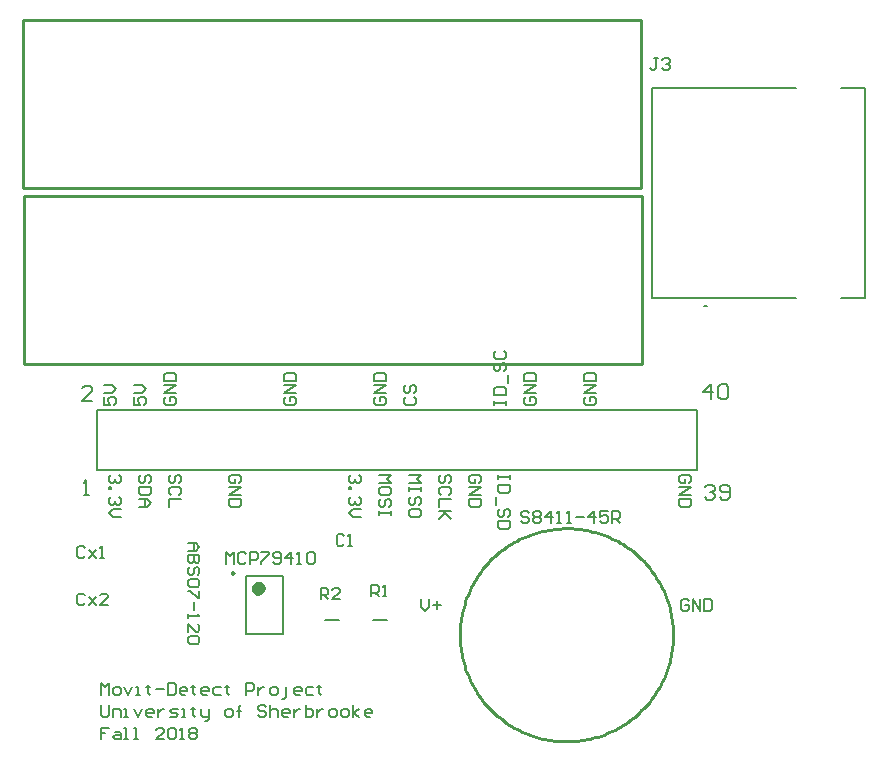
<source format=gto>
G04*
G04 #@! TF.GenerationSoftware,Altium Limited,Altium Designer,18.0.7 (293)*
G04*
G04 Layer_Color=65535*
%FSLAX25Y25*%
%MOIN*%
G70*
G01*
G75*
%ADD10C,0.01000*%
%ADD11C,0.00984*%
%ADD12C,0.02362*%
%ADD13C,0.00787*%
%ADD14C,0.00394*%
%ADD15C,0.00500*%
%ADD16C,0.00591*%
%ADD17C,0.00800*%
D10*
X219822Y39370D02*
X219808Y40370D01*
X219766Y41370D01*
X219696Y42368D01*
X219597Y43363D01*
X219471Y44355D01*
X219316Y45344D01*
X219134Y46327D01*
X218924Y47305D01*
X218687Y48277D01*
X218423Y49242D01*
X218131Y50199D01*
X217812Y51147D01*
X217467Y52086D01*
X217096Y53014D01*
X216699Y53932D01*
X216275Y54839D01*
X215827Y55733D01*
X215353Y56614D01*
X214855Y57482D01*
X214333Y58335D01*
X213787Y59173D01*
X213217Y59995D01*
X212625Y60801D01*
X212010Y61590D01*
X211373Y62361D01*
X210714Y63114D01*
X210035Y63848D01*
X209335Y64563D01*
X208615Y65258D01*
X207876Y65932D01*
X207119Y66585D01*
X206343Y67217D01*
X205550Y67826D01*
X204740Y68413D01*
X203913Y68977D01*
X203072Y69517D01*
X202215Y70033D01*
X201344Y70525D01*
X200459Y70993D01*
X199562Y71435D01*
X198653Y71851D01*
X197732Y72242D01*
X196801Y72607D01*
X195859Y72946D01*
X194909Y73257D01*
X193950Y73542D01*
X192983Y73800D01*
X192010Y74031D01*
X191031Y74233D01*
X190046Y74409D01*
X189056Y74556D01*
X188063Y74676D01*
X187067Y74767D01*
X186069Y74830D01*
X185069Y74866D01*
X184069Y74873D01*
X183069Y74852D01*
X182070Y74802D01*
X181072Y74725D01*
X180078Y74619D01*
X179086Y74486D01*
X178099Y74325D01*
X177117Y74135D01*
X176140Y73919D01*
X175170Y73675D01*
X174207Y73403D01*
X173253Y73105D01*
X172307Y72780D01*
X171370Y72428D01*
X170444Y72050D01*
X169529Y71646D01*
X168625Y71217D01*
X167735Y70762D01*
X166857Y70282D01*
X165993Y69778D01*
X165143Y69250D01*
X164309Y68698D01*
X163491Y68122D01*
X162689Y67524D01*
X161905Y66904D01*
X161138Y66261D01*
X160389Y65598D01*
X159660Y64913D01*
X158950Y64208D01*
X158261Y63484D01*
X157592Y62740D01*
X156944Y61978D01*
X156318Y61198D01*
X155714Y60400D01*
X155133Y59586D01*
X154575Y58756D01*
X154041Y57910D01*
X153530Y57050D01*
X153044Y56175D01*
X152584Y55287D01*
X152148Y54387D01*
X151737Y53475D01*
X151353Y52551D01*
X150995Y51617D01*
X150663Y50674D01*
X150358Y49721D01*
X150080Y48760D01*
X149829Y47792D01*
X149605Y46817D01*
X149409Y45836D01*
X149241Y44850D01*
X149100Y43860D01*
X148988Y42866D01*
X148903Y41869D01*
X148847Y40870D01*
X148819Y39870D01*
Y38870D01*
X148847Y37870D01*
X148903Y36871D01*
X148988Y35875D01*
X149100Y34881D01*
X149241Y33890D01*
X149409Y32904D01*
X149605Y31923D01*
X149829Y30948D01*
X150080Y29980D01*
X150358Y29019D01*
X150663Y28067D01*
X150995Y27123D01*
X151353Y26189D01*
X151737Y25265D01*
X152148Y24353D01*
X152584Y23453D01*
X153044Y22565D01*
X153530Y21691D01*
X154041Y20830D01*
X154575Y19985D01*
X155133Y19154D01*
X155714Y18340D01*
X156318Y17543D01*
X156944Y16762D01*
X157592Y16000D01*
X158261Y15257D01*
X158950Y14532D01*
X159660Y13827D01*
X160389Y13143D01*
X161138Y12479D01*
X161905Y11836D01*
X162689Y11216D01*
X163491Y10618D01*
X164309Y10042D01*
X165143Y9490D01*
X165993Y8962D01*
X166857Y8458D01*
X167735Y7978D01*
X168625Y7523D01*
X169529Y7094D01*
X170444Y6690D01*
X171370Y6312D01*
X172307Y5960D01*
X173253Y5635D01*
X174207Y5337D01*
X175170Y5066D01*
X176140Y4821D01*
X177117Y4605D01*
X178099Y4416D01*
X179086Y4254D01*
X180078Y4121D01*
X181072Y4015D01*
X182070Y3938D01*
X183069Y3889D01*
X184069Y3867D01*
X185069Y3875D01*
X186069Y3910D01*
X187067Y3973D01*
X188063Y4064D01*
X189056Y4184D01*
X190046Y4332D01*
X191031Y4507D01*
X192010Y4710D01*
X192983Y4940D01*
X193950Y5198D01*
X194909Y5483D01*
X195859Y5794D01*
X196801Y6133D01*
X197732Y6498D01*
X198653Y6889D01*
X199562Y7305D01*
X200459Y7748D01*
X201344Y8215D01*
X202215Y8707D01*
X203072Y9223D01*
X203913Y9763D01*
X204740Y10327D01*
X205550Y10914D01*
X206343Y11523D01*
X207119Y12155D01*
X207876Y12808D01*
X208615Y13482D01*
X209335Y14177D01*
X210035Y14892D01*
X210714Y15626D01*
X211373Y16379D01*
X212010Y17150D01*
X212625Y17939D01*
X213217Y18745D01*
X213787Y19567D01*
X214333Y20405D01*
X214855Y21259D01*
X215353Y22126D01*
X215827Y23007D01*
X216275Y23901D01*
X216699Y24808D01*
X217096Y25726D01*
X217467Y26654D01*
X217812Y27593D01*
X218131Y28542D01*
X218422Y29498D01*
X218687Y30463D01*
X218924Y31435D01*
X219134Y32413D01*
X219316Y33397D01*
X219471Y34385D01*
X219597Y35377D01*
X219696Y36373D01*
X219766Y37370D01*
X219808Y38370D01*
X219822Y39370D01*
X209500Y129701D02*
Y185701D01*
X3500Y129701D02*
Y185701D01*
X209500D01*
X3500Y129701D02*
X209500D01*
X3047Y244472D02*
X209047D01*
X3047Y188472D02*
X209047D01*
Y244472D01*
X3047Y188472D02*
Y244472D01*
D11*
X73524Y60059D02*
X72785Y60485D01*
Y59633D01*
X73524Y60059D01*
D12*
X82677Y54921D02*
X82232Y55845D01*
X81233Y56073D01*
X80432Y55434D01*
Y54409D01*
X81233Y53770D01*
X82232Y53998D01*
X82677Y54921D01*
D13*
X231102Y148996D02*
X230315D01*
X231102D01*
X103937Y44291D02*
X108662D01*
X119685D02*
X124409D01*
X227953Y94331D02*
Y114331D01*
X27953Y94331D02*
Y114331D01*
X227953D01*
X27953Y94331D02*
X227953D01*
X77559Y39567D02*
Y58858D01*
X89764Y39567D02*
Y58858D01*
X77559D02*
X89764D01*
X77559Y39567D02*
X89764D01*
D14*
X46653Y47638D02*
D03*
D15*
X275709Y221516D02*
X283701D01*
Y151516D02*
Y221516D01*
X275709Y151516D02*
X283701D01*
X212717Y221516D02*
X260709D01*
X212717Y151516D02*
Y221516D01*
Y151516D02*
X260709D01*
D16*
X29134Y19432D02*
Y23368D01*
X30446Y22055D01*
X31758Y23368D01*
Y19432D01*
X33726D02*
X35037D01*
X35693Y20088D01*
Y21400D01*
X35037Y22055D01*
X33726D01*
X33070Y21400D01*
Y20088D01*
X33726Y19432D01*
X37005Y22055D02*
X38317Y19432D01*
X39629Y22055D01*
X40941Y19432D02*
X42253D01*
X41597D01*
Y22055D01*
X40941D01*
X44877Y22712D02*
Y22055D01*
X44221D01*
X45533D01*
X44877D01*
Y20088D01*
X45533Y19432D01*
X47501Y21400D02*
X50125D01*
X51436Y23368D02*
Y19432D01*
X53404D01*
X54060Y20088D01*
Y22712D01*
X53404Y23368D01*
X51436D01*
X57340Y19432D02*
X56028D01*
X55372Y20088D01*
Y21400D01*
X56028Y22055D01*
X57340D01*
X57996Y21400D01*
Y20744D01*
X55372D01*
X59964Y22712D02*
Y22055D01*
X59308D01*
X60620D01*
X59964D01*
Y20088D01*
X60620Y19432D01*
X64556D02*
X63244D01*
X62588Y20088D01*
Y21400D01*
X63244Y22055D01*
X64556D01*
X65211Y21400D01*
Y20744D01*
X62588D01*
X69147Y22055D02*
X67179D01*
X66523Y21400D01*
Y20088D01*
X67179Y19432D01*
X69147D01*
X71115Y22712D02*
Y22055D01*
X70459D01*
X71771D01*
X71115D01*
Y20088D01*
X71771Y19432D01*
X77675D02*
Y23368D01*
X79642D01*
X80299Y22712D01*
Y21400D01*
X79642Y20744D01*
X77675D01*
X81610Y22055D02*
Y19432D01*
Y20744D01*
X82266Y21400D01*
X82922Y22055D01*
X83578D01*
X86202Y19432D02*
X87514D01*
X88170Y20088D01*
Y21400D01*
X87514Y22055D01*
X86202D01*
X85546Y21400D01*
Y20088D01*
X86202Y19432D01*
X89482Y18120D02*
X90138D01*
X90794Y18776D01*
Y22055D01*
X95385Y19432D02*
X94074D01*
X93418Y20088D01*
Y21400D01*
X94074Y22055D01*
X95385D01*
X96041Y21400D01*
Y20744D01*
X93418D01*
X99977Y22055D02*
X98009D01*
X97353Y21400D01*
Y20088D01*
X98009Y19432D01*
X99977D01*
X101945Y22712D02*
Y22055D01*
X101289D01*
X102601D01*
X101945D01*
Y20088D01*
X102601Y19432D01*
X29134Y15915D02*
Y12636D01*
X29790Y11980D01*
X31102D01*
X31758Y12636D01*
Y15915D01*
X33070Y11980D02*
Y14604D01*
X35037D01*
X35693Y13948D01*
Y11980D01*
X37005D02*
X38317D01*
X37661D01*
Y14604D01*
X37005D01*
X40285D02*
X41597Y11980D01*
X42909Y14604D01*
X46189Y11980D02*
X44877D01*
X44221Y12636D01*
Y13948D01*
X44877Y14604D01*
X46189D01*
X46845Y13948D01*
Y13292D01*
X44221D01*
X48157Y14604D02*
Y11980D01*
Y13292D01*
X48812Y13948D01*
X49468Y14604D01*
X50125D01*
X52092Y11980D02*
X54060D01*
X54716Y12636D01*
X54060Y13292D01*
X52748D01*
X52092Y13948D01*
X52748Y14604D01*
X54716D01*
X56028Y11980D02*
X57340D01*
X56684D01*
Y14604D01*
X56028D01*
X59964Y15259D02*
Y14604D01*
X59308D01*
X60620D01*
X59964D01*
Y12636D01*
X60620Y11980D01*
X62588Y14604D02*
Y12636D01*
X63244Y11980D01*
X65211D01*
Y11324D01*
X64556Y10668D01*
X63899D01*
X65211Y11980D02*
Y14604D01*
X71115Y11980D02*
X72427D01*
X73083Y12636D01*
Y13948D01*
X72427Y14604D01*
X71115D01*
X70459Y13948D01*
Y12636D01*
X71115Y11980D01*
X75051D02*
Y15259D01*
Y13948D01*
X74395D01*
X75707D01*
X75051D01*
Y15259D01*
X75707Y15915D01*
X84234Y15259D02*
X83578Y15915D01*
X82266D01*
X81610Y15259D01*
Y14604D01*
X82266Y13948D01*
X83578D01*
X84234Y13292D01*
Y12636D01*
X83578Y11980D01*
X82266D01*
X81610Y12636D01*
X85546Y15915D02*
Y11980D01*
Y13948D01*
X86202Y14604D01*
X87514D01*
X88170Y13948D01*
Y11980D01*
X91450D02*
X90138D01*
X89482Y12636D01*
Y13948D01*
X90138Y14604D01*
X91450D01*
X92106Y13948D01*
Y13292D01*
X89482D01*
X93418Y14604D02*
Y11980D01*
Y13292D01*
X94074Y13948D01*
X94730Y14604D01*
X95385D01*
X97353Y15915D02*
Y11980D01*
X99321D01*
X99977Y12636D01*
Y13292D01*
Y13948D01*
X99321Y14604D01*
X97353D01*
X101289D02*
Y11980D01*
Y13292D01*
X101945Y13948D01*
X102601Y14604D01*
X103257D01*
X105881Y11980D02*
X107193D01*
X107849Y12636D01*
Y13948D01*
X107193Y14604D01*
X105881D01*
X105225Y13948D01*
Y12636D01*
X105881Y11980D01*
X109817D02*
X111128D01*
X111784Y12636D01*
Y13948D01*
X111128Y14604D01*
X109817D01*
X109160Y13948D01*
Y12636D01*
X109817Y11980D01*
X113096D02*
Y15915D01*
Y13292D02*
X115064Y14604D01*
X113096Y13292D02*
X115064Y11980D01*
X119000D02*
X117688D01*
X117032Y12636D01*
Y13948D01*
X117688Y14604D01*
X119000D01*
X119656Y13948D01*
Y13292D01*
X117032D01*
X31758Y8463D02*
X29134D01*
Y6495D01*
X30446D01*
X29134D01*
Y4528D01*
X33726Y7151D02*
X35037D01*
X35693Y6495D01*
Y4528D01*
X33726D01*
X33070Y5184D01*
X33726Y5839D01*
X35693D01*
X37005Y4528D02*
X38317D01*
X37661D01*
Y8463D01*
X37005D01*
X40285Y4528D02*
X41597D01*
X40941D01*
Y8463D01*
X40285D01*
X50125Y4528D02*
X47501D01*
X50125Y7151D01*
Y7807D01*
X49468Y8463D01*
X48157D01*
X47501Y7807D01*
X51436D02*
X52092Y8463D01*
X53404D01*
X54060Y7807D01*
Y5184D01*
X53404Y4528D01*
X52092D01*
X51436Y5184D01*
Y7807D01*
X55372Y4528D02*
X56684D01*
X56028D01*
Y8463D01*
X55372Y7807D01*
X58652D02*
X59308Y8463D01*
X60620D01*
X61276Y7807D01*
Y7151D01*
X60620Y6495D01*
X61276Y5839D01*
Y5184D01*
X60620Y4528D01*
X59308D01*
X58652Y5184D01*
Y5839D01*
X59308Y6495D01*
X58652Y7151D01*
Y7807D01*
X59308Y6495D02*
X60620D01*
X225065Y50524D02*
X224409Y51180D01*
X223097D01*
X222441Y50524D01*
Y47900D01*
X223097Y47244D01*
X224409D01*
X225065Y47900D01*
Y49212D01*
X223753D01*
X226377Y47244D02*
Y51180D01*
X229000Y47244D01*
Y51180D01*
X230312D02*
Y47244D01*
X232280D01*
X232936Y47900D01*
Y50524D01*
X232280Y51180D01*
X230312D01*
X135827D02*
Y48556D01*
X137139Y47244D01*
X138451Y48556D01*
Y51180D01*
X139762Y49212D02*
X142386D01*
X141074Y50524D02*
Y47900D01*
X45052Y89896D02*
X45707Y90552D01*
Y91864D01*
X45052Y92520D01*
X44396D01*
X43740Y91864D01*
Y90552D01*
X43084Y89896D01*
X42428D01*
X41772Y90552D01*
Y91864D01*
X42428Y92520D01*
X45707Y88584D02*
X41772D01*
Y86616D01*
X42428Y85960D01*
X45052D01*
X45707Y86616D01*
Y88584D01*
X41772Y84648D02*
X44396D01*
X45707Y83336D01*
X44396Y82024D01*
X41772D01*
X43740D01*
Y84648D01*
X55051Y89896D02*
X55707Y90552D01*
Y91864D01*
X55051Y92520D01*
X54396D01*
X53740Y91864D01*
Y90552D01*
X53084Y89896D01*
X52428D01*
X51772Y90552D01*
Y91864D01*
X52428Y92520D01*
X55051Y85960D02*
X55707Y86616D01*
Y87928D01*
X55051Y88584D01*
X52428D01*
X51772Y87928D01*
Y86616D01*
X52428Y85960D01*
X55707Y84648D02*
X51772D01*
Y82024D01*
X75051Y89896D02*
X75707Y90552D01*
Y91864D01*
X75051Y92520D01*
X72428D01*
X71772Y91864D01*
Y90552D01*
X72428Y89896D01*
X73740D01*
Y91208D01*
X71772Y88584D02*
X75707D01*
X71772Y85960D01*
X75707D01*
Y84648D02*
X71772D01*
Y82680D01*
X72428Y82024D01*
X75051D01*
X75707Y82680D01*
Y84648D01*
X115051Y92520D02*
X115707Y91864D01*
Y90552D01*
X115051Y89896D01*
X114395D01*
X113740Y90552D01*
Y91208D01*
Y90552D01*
X113084Y89896D01*
X112428D01*
X111772Y90552D01*
Y91864D01*
X112428Y92520D01*
X111772Y88584D02*
X112428D01*
Y87928D01*
X111772D01*
Y88584D01*
X115051Y85304D02*
X115707Y84648D01*
Y83336D01*
X115051Y82680D01*
X114395D01*
X113740Y83336D01*
Y83992D01*
Y83336D01*
X113084Y82680D01*
X112428D01*
X111772Y83336D01*
Y84648D01*
X112428Y85304D01*
X115707Y81368D02*
X113084D01*
X111772Y80057D01*
X113084Y78745D01*
X115707D01*
X121772Y92520D02*
X125707D01*
X124396Y91208D01*
X125707Y89896D01*
X121772D01*
X125707Y86616D02*
Y87928D01*
X125051Y88584D01*
X122428D01*
X121772Y87928D01*
Y86616D01*
X122428Y85960D01*
X125051D01*
X125707Y86616D01*
X125051Y82024D02*
X125707Y82680D01*
Y83992D01*
X125051Y84648D01*
X124396D01*
X123740Y83992D01*
Y82680D01*
X123084Y82024D01*
X122428D01*
X121772Y82680D01*
Y83992D01*
X122428Y84648D01*
X125707Y80712D02*
Y79401D01*
Y80057D01*
X121772D01*
Y80712D01*
Y79401D01*
X131772Y92520D02*
X135707D01*
X134396Y91208D01*
X135707Y89896D01*
X131772D01*
X135707Y88584D02*
Y87272D01*
Y87928D01*
X131772D01*
Y88584D01*
Y87272D01*
X135052Y82680D02*
X135707Y83336D01*
Y84648D01*
X135052Y85304D01*
X134396D01*
X133740Y84648D01*
Y83336D01*
X133084Y82680D01*
X132428D01*
X131772Y83336D01*
Y84648D01*
X132428Y85304D01*
X135707Y79401D02*
Y80712D01*
X135052Y81368D01*
X132428D01*
X131772Y80712D01*
Y79401D01*
X132428Y78745D01*
X135052D01*
X135707Y79401D01*
X145052Y89896D02*
X145707Y90552D01*
Y91864D01*
X145052Y92520D01*
X144395D01*
X143740Y91864D01*
Y90552D01*
X143084Y89896D01*
X142428D01*
X141772Y90552D01*
Y91864D01*
X142428Y92520D01*
X145052Y85960D02*
X145707Y86616D01*
Y87928D01*
X145052Y88584D01*
X142428D01*
X141772Y87928D01*
Y86616D01*
X142428Y85960D01*
X145707Y84648D02*
X141772D01*
Y82024D01*
X145707Y80712D02*
X141772D01*
X143084D01*
X145707Y78089D01*
X143740Y80057D01*
X141772Y78089D01*
X155052Y89896D02*
X155707Y90552D01*
Y91864D01*
X155052Y92520D01*
X152428D01*
X151772Y91864D01*
Y90552D01*
X152428Y89896D01*
X153740D01*
Y91208D01*
X151772Y88584D02*
X155707D01*
X151772Y85960D01*
X155707D01*
Y84648D02*
X151772D01*
Y82680D01*
X152428Y82024D01*
X155052D01*
X155707Y82680D01*
Y84648D01*
X225051Y89896D02*
X225707Y90552D01*
Y91864D01*
X225051Y92520D01*
X222428D01*
X221772Y91864D01*
Y90552D01*
X222428Y89896D01*
X223740D01*
Y91208D01*
X221772Y88584D02*
X225707D01*
X221772Y85960D01*
X225707D01*
Y84648D02*
X221772D01*
Y82680D01*
X222428Y82024D01*
X225051D01*
X225707Y82680D01*
Y84648D01*
X35052Y92520D02*
X35707Y91864D01*
Y90552D01*
X35052Y89896D01*
X34396D01*
X33740Y90552D01*
Y91208D01*
Y90552D01*
X33084Y89896D01*
X32428D01*
X31772Y90552D01*
Y91864D01*
X32428Y92520D01*
X31772Y88584D02*
X32428D01*
Y87928D01*
X31772D01*
Y88584D01*
X35052Y85304D02*
X35707Y84648D01*
Y83336D01*
X35052Y82680D01*
X34396D01*
X33740Y83336D01*
Y83992D01*
Y83336D01*
X33084Y82680D01*
X32428D01*
X31772Y83336D01*
Y84648D01*
X32428Y85304D01*
X35707Y81368D02*
X33084D01*
X31772Y80057D01*
X33084Y78745D01*
X35707D01*
X50854Y118766D02*
X50198Y118110D01*
Y116798D01*
X50854Y116142D01*
X53478D01*
X54134Y116798D01*
Y118110D01*
X53478Y118766D01*
X52166D01*
Y117454D01*
X54134Y120078D02*
X50198D01*
X54134Y122701D01*
X50198D01*
Y124013D02*
X54134D01*
Y125981D01*
X53478Y126637D01*
X50854D01*
X50198Y125981D01*
Y124013D01*
X90854Y118766D02*
X90198Y118110D01*
Y116798D01*
X90854Y116142D01*
X93478D01*
X94134Y116798D01*
Y118110D01*
X93478Y118766D01*
X92166D01*
Y117454D01*
X94134Y120078D02*
X90198D01*
X94134Y122701D01*
X90198D01*
Y124013D02*
X94134D01*
Y125981D01*
X93478Y126637D01*
X90854D01*
X90198Y125981D01*
Y124013D01*
X120854Y118766D02*
X120198Y118110D01*
Y116798D01*
X120854Y116142D01*
X123478D01*
X124134Y116798D01*
Y118110D01*
X123478Y118766D01*
X122166D01*
Y117454D01*
X124134Y120078D02*
X120198D01*
X124134Y122701D01*
X120198D01*
Y124013D02*
X124134D01*
Y125981D01*
X123478Y126637D01*
X120854D01*
X120198Y125981D01*
Y124013D01*
X130854Y118766D02*
X130198Y118110D01*
Y116798D01*
X130854Y116142D01*
X133478D01*
X134134Y116798D01*
Y118110D01*
X133478Y118766D01*
X130854Y122701D02*
X130198Y122045D01*
Y120733D01*
X130854Y120078D01*
X131510D01*
X132166Y120733D01*
Y122045D01*
X132822Y122701D01*
X133478D01*
X134134Y122045D01*
Y120733D01*
X133478Y120078D01*
X160198Y116142D02*
Y117454D01*
Y116798D01*
X164134D01*
Y116142D01*
Y117454D01*
X160198Y119422D02*
X164134D01*
Y121389D01*
X163478Y122045D01*
X160854D01*
X160198Y121389D01*
Y119422D01*
X164790Y123357D02*
Y125981D01*
X160854Y129917D02*
X160198Y129261D01*
Y127949D01*
X160854Y127293D01*
X161510D01*
X162166Y127949D01*
Y129261D01*
X162822Y129917D01*
X163478D01*
X164134Y129261D01*
Y127949D01*
X163478Y127293D01*
X160854Y133853D02*
X160198Y133197D01*
Y131885D01*
X160854Y131229D01*
X163478D01*
X164134Y131885D01*
Y133197D01*
X163478Y133853D01*
X170854Y118766D02*
X170198Y118110D01*
Y116798D01*
X170854Y116142D01*
X173478D01*
X174134Y116798D01*
Y118110D01*
X173478Y118766D01*
X172166D01*
Y117454D01*
X174134Y120078D02*
X170198D01*
X174134Y122701D01*
X170198D01*
Y124013D02*
X174134D01*
Y125981D01*
X173478Y126637D01*
X170854D01*
X170198Y125981D01*
Y124013D01*
X190854Y118766D02*
X190198Y118110D01*
Y116798D01*
X190854Y116142D01*
X193478D01*
X194134Y116798D01*
Y118110D01*
X193478Y118766D01*
X192166D01*
Y117454D01*
X194134Y120078D02*
X190198D01*
X194134Y122701D01*
X190198D01*
Y124013D02*
X194134D01*
Y125981D01*
X193478Y126637D01*
X190854D01*
X190198Y125981D01*
Y124013D01*
X30198Y118766D02*
Y116142D01*
X32166D01*
X31510Y117454D01*
Y118110D01*
X32166Y118766D01*
X33478D01*
X34134Y118110D01*
Y116798D01*
X33478Y116142D01*
X30198Y120078D02*
X32822D01*
X34134Y121389D01*
X32822Y122701D01*
X30198D01*
X40198Y118766D02*
Y116142D01*
X42166D01*
X41510Y117454D01*
Y118110D01*
X42166Y118766D01*
X43478D01*
X44134Y118110D01*
Y116798D01*
X43478Y116142D01*
X40198Y120078D02*
X42822D01*
X44134Y121389D01*
X42822Y122701D01*
X40198D01*
X165511Y92520D02*
Y91208D01*
Y91864D01*
X161575D01*
Y92520D01*
Y91208D01*
X165511Y89240D02*
X161575D01*
Y87272D01*
X162231Y86616D01*
X164855D01*
X165511Y87272D01*
Y89240D01*
X160919Y85304D02*
Y82680D01*
X164855Y78745D02*
X165511Y79401D01*
Y80712D01*
X164855Y81368D01*
X164199D01*
X163543Y80712D01*
Y79401D01*
X162887Y78745D01*
X162231D01*
X161575Y79401D01*
Y80712D01*
X162231Y81368D01*
X165511Y77433D02*
X161575D01*
Y75465D01*
X162231Y74809D01*
X164855D01*
X165511Y75465D01*
Y77433D01*
X58071Y69882D02*
X60695D01*
X62007Y68570D01*
X60695Y67258D01*
X58071D01*
X60039D01*
Y69882D01*
X62007Y65946D02*
X58071D01*
Y63978D01*
X58727Y63322D01*
X59383D01*
X60039Y63978D01*
Y65946D01*
Y63978D01*
X60695Y63322D01*
X61351D01*
X62007Y63978D01*
Y65946D01*
X61351Y59387D02*
X62007Y60043D01*
Y61354D01*
X61351Y62010D01*
X60695D01*
X60039Y61354D01*
Y60043D01*
X59383Y59387D01*
X58727D01*
X58071Y60043D01*
Y61354D01*
X58727Y62010D01*
X61351Y58075D02*
X62007Y57419D01*
Y56107D01*
X61351Y55451D01*
X58727D01*
X58071Y56107D01*
Y57419D01*
X58727Y58075D01*
X61351D01*
X62007Y54139D02*
Y51515D01*
X61351D01*
X58727Y54139D01*
X58071D01*
X60039Y50203D02*
Y47579D01*
X58071Y46268D02*
Y44956D01*
Y45612D01*
X62007D01*
X61351Y46268D01*
X58071Y40364D02*
Y42988D01*
X60695Y40364D01*
X61351D01*
X62007Y41020D01*
Y42332D01*
X61351Y42988D01*
Y39052D02*
X62007Y38396D01*
Y37084D01*
X61351Y36428D01*
X58727D01*
X58071Y37084D01*
Y38396D01*
X58727Y39052D01*
X61351D01*
X110301Y72374D02*
X109645Y73030D01*
X108333D01*
X107677Y72374D01*
Y69750D01*
X108333Y69095D01*
X109645D01*
X110301Y69750D01*
X111613Y69095D02*
X112925D01*
X112269D01*
Y73030D01*
X111613Y72374D01*
X23703Y68240D02*
X23047Y68896D01*
X21735D01*
X21079Y68240D01*
Y65617D01*
X21735Y64961D01*
X23047D01*
X23703Y65617D01*
X25014Y67585D02*
X27638Y64961D01*
X26326Y66272D01*
X27638Y67585D01*
X25014Y64961D01*
X28950D02*
X30262D01*
X29606D01*
Y68896D01*
X28950Y68240D01*
X23703Y52492D02*
X23047Y53148D01*
X21735D01*
X21079Y52492D01*
Y49869D01*
X21735Y49213D01*
X23047D01*
X23703Y49869D01*
X25014Y51836D02*
X27638Y49213D01*
X26326Y50524D01*
X27638Y51836D01*
X25014Y49213D01*
X31574D02*
X28950D01*
X31574Y51836D01*
Y52492D01*
X30918Y53148D01*
X29606D01*
X28950Y52492D01*
X119095Y52165D02*
Y56101D01*
X121062D01*
X121718Y55445D01*
Y54133D01*
X121062Y53477D01*
X119095D01*
X120406D02*
X121718Y52165D01*
X123030D02*
X124342D01*
X123686D01*
Y56101D01*
X123030Y55445D01*
X171915Y80051D02*
X171259Y80707D01*
X169947D01*
X169291Y80051D01*
Y79396D01*
X169947Y78740D01*
X171259D01*
X171915Y78084D01*
Y77428D01*
X171259Y76772D01*
X169947D01*
X169291Y77428D01*
X173227Y80051D02*
X173883Y80707D01*
X175195D01*
X175851Y80051D01*
Y79396D01*
X175195Y78740D01*
X175851Y78084D01*
Y77428D01*
X175195Y76772D01*
X173883D01*
X173227Y77428D01*
Y78084D01*
X173883Y78740D01*
X173227Y79396D01*
Y80051D01*
X173883Y78740D02*
X175195D01*
X179131Y76772D02*
Y80707D01*
X177163Y78740D01*
X179787D01*
X181099Y76772D02*
X182411D01*
X181755D01*
Y80707D01*
X181099Y80051D01*
X184378Y76772D02*
X185690D01*
X185034D01*
Y80707D01*
X184378Y80051D01*
X187658Y78740D02*
X190282D01*
X193562Y76772D02*
Y80707D01*
X191594Y78740D01*
X194218D01*
X198153Y80707D02*
X195530D01*
Y78740D01*
X196842Y79396D01*
X197497D01*
X198153Y78740D01*
Y77428D01*
X197497Y76772D01*
X196186D01*
X195530Y77428D01*
X199465Y76772D02*
Y80707D01*
X201433D01*
X202089Y80051D01*
Y78740D01*
X201433Y78084D01*
X199465D01*
X200777D02*
X202089Y76772D01*
X102362Y51181D02*
Y55117D01*
X104330D01*
X104986Y54461D01*
Y53149D01*
X104330Y52493D01*
X102362D01*
X103674D02*
X104986Y51181D01*
X108922D02*
X106298D01*
X108922Y53805D01*
Y54461D01*
X108266Y55117D01*
X106954D01*
X106298Y54461D01*
X214924Y231536D02*
X213612D01*
X214268D01*
Y228256D01*
X213612Y227600D01*
X212956D01*
X212300Y228256D01*
X216236Y230880D02*
X216892Y231536D01*
X218204D01*
X218860Y230880D01*
Y230224D01*
X218204Y229568D01*
X217548D01*
X218204D01*
X218860Y228912D01*
Y228256D01*
X218204Y227600D01*
X216892D01*
X216236Y228256D01*
X70866Y62992D02*
Y66928D01*
X72178Y65616D01*
X73490Y66928D01*
Y62992D01*
X77426Y66272D02*
X76770Y66928D01*
X75458D01*
X74802Y66272D01*
Y63648D01*
X75458Y62992D01*
X76770D01*
X77426Y63648D01*
X78738Y62992D02*
Y66928D01*
X80705D01*
X81361Y66272D01*
Y64960D01*
X80705Y64304D01*
X78738D01*
X82673Y66928D02*
X85297D01*
Y66272D01*
X82673Y63648D01*
Y62992D01*
X86609Y63648D02*
X87265Y62992D01*
X88577D01*
X89233Y63648D01*
Y66272D01*
X88577Y66928D01*
X87265D01*
X86609Y66272D01*
Y65616D01*
X87265Y64960D01*
X89233D01*
X92513Y62992D02*
Y66928D01*
X90545Y64960D01*
X93169D01*
X94481Y62992D02*
X95793D01*
X95136D01*
Y66928D01*
X94481Y66272D01*
X97760D02*
X98416Y66928D01*
X99728D01*
X100384Y66272D01*
Y63648D01*
X99728Y62992D01*
X98416D01*
X97760Y63648D01*
Y66272D01*
D17*
X230453Y88496D02*
X231286Y89329D01*
X232952D01*
X233785Y88496D01*
Y87663D01*
X232952Y86830D01*
X232119D01*
X232952D01*
X233785Y85997D01*
Y85164D01*
X232952Y84331D01*
X231286D01*
X230453Y85164D01*
X235451D02*
X236284Y84331D01*
X237950D01*
X238783Y85164D01*
Y88496D01*
X237950Y89329D01*
X236284D01*
X235451Y88496D01*
Y87663D01*
X236284Y86830D01*
X238783D01*
X232452Y117831D02*
Y122829D01*
X229953Y120330D01*
X233285D01*
X234951Y121996D02*
X235784Y122829D01*
X237450D01*
X238283Y121996D01*
Y118664D01*
X237450Y117831D01*
X235784D01*
X234951Y118664D01*
Y121996D01*
X26285Y117331D02*
X22953D01*
X26285Y120663D01*
Y121496D01*
X25452Y122329D01*
X23786D01*
X22953Y121496D01*
X23453Y85831D02*
X25119D01*
X24286D01*
Y90829D01*
X23453Y89996D01*
M02*

</source>
